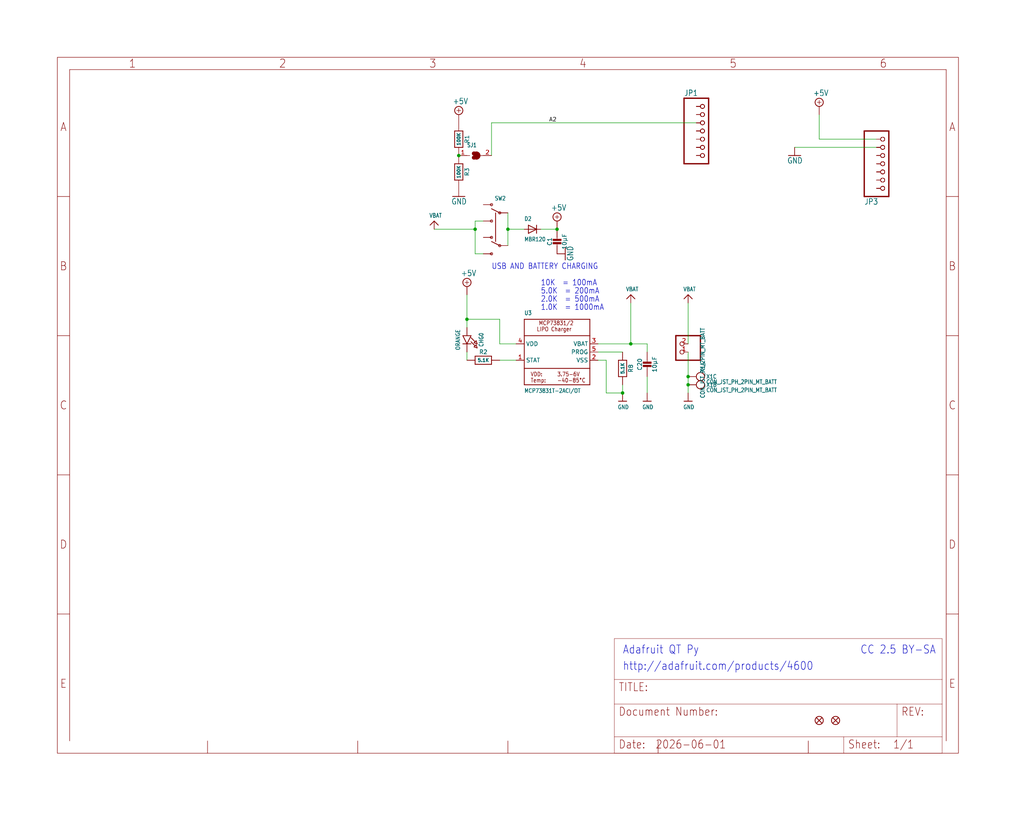
<source format=kicad_sch>
(kicad_sch (version 20230121) (generator eeschema)
  (paper "User" 317.5 254.127)
  (lib_symbols
    (symbol "Adafruit LIPoly Charger BFF-eagle-import:+5V" (power)
      (property "Value" "+5V" (at -1.905 3.175 0))
      (symbol "+5V_1_0"
        (polyline (pts (xy -0.635 1.27) (xy 0.635 1.27)) (stroke (width 0.1524)))
        (polyline (pts (xy 0 0.635) (xy 0 1.905)) (stroke (width 0.1524)))
        (circle (center 0 1.27) (radius 1.27) (stroke (width 0.254)))
        (pin power_in line (at 0 -2.54 90) (length 2.54) (name "+5V") (number "1"))
      )
    )
    (symbol "Adafruit LIPoly Charger BFF-eagle-import:CAP_CERAMIC0805-NOOUTLINE"
      (property "Reference" "C" (at -2.29 1.25 90))
      (symbol "CAP_CERAMIC0805-NOOUTLINE_1_0"
        (rectangle (start -1.27 0.508) (end 1.27 1.016) (fill (type outline)))
        (rectangle (start -1.27 1.524) (end 1.27 2.032) (fill (type outline)))
        (polyline (pts (xy 0 0.762) (xy 0 0)) (stroke (width 0.1524)))
        (polyline (pts (xy 0 2.54) (xy 0 1.778)) (stroke (width 0.1524)))
        (pin passive line (at 0 5.08 270) (length 2.54) (name "1") (number "1"))
        (pin passive line (at 0 -2.54 90) (length 2.54) (name "2") (number "2"))
      )
    )
    (symbol "Adafruit LIPoly Charger BFF-eagle-import:CON_JST_PH_2PIN_MT_BATT"
      (property "Reference" "X" (at 0 5.588 90))
      (symbol "CON_JST_PH_2PIN_MT_BATT_1_0"
        (polyline (pts (xy -6.35 -2.54) (xy 1.27 -2.54)) (stroke (width 0.4064)))
        (polyline (pts (xy -6.35 5.08) (xy -6.35 -2.54)) (stroke (width 0.4064)))
        (polyline (pts (xy 1.27 -2.54) (xy 1.27 5.08)) (stroke (width 0.4064)))
        (polyline (pts (xy 1.27 5.08) (xy -6.35 5.08)) (stroke (width 0.4064)))
        (pin passive inverted (at -2.54 2.54 0) (length 2.54) (name "1") (number "1"))
        (pin passive inverted (at -2.54 0 0) (length 2.54) (name "2") (number "2"))
      )
      (symbol "CON_JST_PH_2PIN_MT_BATT_2_0"
        (circle (center 0 3.81) (radius 1.27) (stroke (width 0.254)))
        (pin bidirectional line (at 0 0 90) (length 2.54) (name "P$1") (number "NC2"))
      )
      (symbol "CON_JST_PH_2PIN_MT_BATT_3_0"
        (circle (center 0 3.81) (radius 1.27) (stroke (width 0.254)))
        (pin bidirectional line (at 0 0 90) (length 2.54) (name "P$1") (number "NC1"))
      )
    )
    (symbol "Adafruit LIPoly Charger BFF-eagle-import:DIODE_SOD-123FL"
      (property "Reference" "D" (at -2.54 2.54 0))
      (symbol "DIODE_SOD-123FL_1_0"
        (polyline (pts (xy -1.27 -1.27) (xy 1.27 0)) (stroke (width 0.254)))
        (polyline (pts (xy -1.27 1.27) (xy -1.27 -1.27)) (stroke (width 0.254)))
        (polyline (pts (xy 1.27 0) (xy -1.27 1.27)) (stroke (width 0.254)))
        (polyline (pts (xy 1.27 0) (xy 1.27 -1.27)) (stroke (width 0.254)))
        (polyline (pts (xy 1.27 1.27) (xy 1.27 0)) (stroke (width 0.254)))
        (pin passive line (at -2.54 0 0) (length 2.54) (name "A") (number "A"))
        (pin passive line (at 2.54 0 180) (length 2.54) (name "C") (number "C"))
      )
    )
    (symbol "Adafruit LIPoly Charger BFF-eagle-import:FIDUCIAL_1MM"
      (symbol "FIDUCIAL_1MM_1_0"
        (polyline (pts (xy -0.762 0.762) (xy 0.762 -0.762)) (stroke (width 0.254)))
        (polyline (pts (xy 0.762 0.762) (xy -0.762 -0.762)) (stroke (width 0.254)))
        (circle (center 0 0) (radius 1.27) (stroke (width 0.254)))
      )
    )
    (symbol "Adafruit LIPoly Charger BFF-eagle-import:FRAME_A_L"
      (symbol "FRAME_A_L_1_0"
        (polyline (pts (xy 0 43.18) (xy 3.81 43.18)))
        (polyline (pts (xy 0 86.36) (xy 3.81 86.36)))
        (polyline (pts (xy 0 129.54) (xy 3.81 129.54)))
        (polyline (pts (xy 0 172.72) (xy 3.81 172.72)))
        (polyline (pts (xy 3.81 3.81) (xy 3.81 212.09)))
        (polyline (pts (xy 46.5667 0) (xy 46.5667 3.81)))
        (polyline (pts (xy 93.1333 0) (xy 93.1333 3.81)))
        (polyline (pts (xy 139.7 0) (xy 139.7 3.81)))
        (polyline (pts (xy 186.2667 0) (xy 186.2667 3.81)))
        (polyline (pts (xy 232.8333 0) (xy 232.8333 3.81)))
        (polyline (pts (xy 275.59 3.81) (xy 275.59 212.09)))
        (polyline (pts (xy 275.59 43.18) (xy 279.4 43.18)))
        (polyline (pts (xy 275.59 86.36) (xy 279.4 86.36)))
        (polyline (pts (xy 275.59 129.54) (xy 279.4 129.54)))
        (polyline (pts (xy 275.59 172.72) (xy 279.4 172.72)))
        (polyline (pts (xy 275.59 212.09) (xy 3.81 212.09)))
        (polyline (pts (xy 0 0) (xy 279.4 0) (xy 279.4 215.9) (xy 0 215.9) (xy 0 0)))
        (text "1" (at 23.2833 213.995 0) (effects (font (size 2.54 2.286))))
        (text "2" (at 69.85 213.995 0) (effects (font (size 2.54 2.286))))
        (text "3" (at 116.4167 213.995 0) (effects (font (size 2.54 2.286))))
        (text "4" (at 162.9833 213.995 0) (effects (font (size 2.54 2.286))))
        (text "5" (at 209.55 213.995 0) (effects (font (size 2.54 2.286))))
        (text "6" (at 256.1167 213.995 0) (effects (font (size 2.54 2.286))))
        (text "A" (at 1.905 194.31 0) (effects (font (size 2.54 2.286))))
        (text "A" (at 277.495 194.31 0) (effects (font (size 2.54 2.286))))
        (text "B" (at 1.905 151.13 0) (effects (font (size 2.54 2.286))))
        (text "B" (at 277.495 151.13 0) (effects (font (size 2.54 2.286))))
        (text "C" (at 1.905 107.95 0) (effects (font (size 2.54 2.286))))
        (text "C" (at 277.495 107.95 0) (effects (font (size 2.54 2.286))))
        (text "D" (at 1.905 64.77 0) (effects (font (size 2.54 2.286))))
        (text "D" (at 277.495 64.77 0) (effects (font (size 2.54 2.286))))
        (text "E" (at 1.905 21.59 0) (effects (font (size 2.54 2.286))))
        (text "E" (at 277.495 21.59 0) (effects (font (size 2.54 2.286))))
      )
      (symbol "FRAME_A_L_2_0"
        (polyline (pts (xy 0 0) (xy 0 5.08)) (stroke (width 0.1016)))
        (polyline (pts (xy 0 0) (xy 71.12 0)) (stroke (width 0.1016)))
        (polyline (pts (xy 0 5.08) (xy 0 15.24)) (stroke (width 0.1016)))
        (polyline (pts (xy 0 5.08) (xy 71.12 5.08)) (stroke (width 0.1016)))
        (polyline (pts (xy 0 15.24) (xy 0 22.86)) (stroke (width 0.1016)))
        (polyline (pts (xy 0 22.86) (xy 0 35.56)) (stroke (width 0.1016)))
        (polyline (pts (xy 0 22.86) (xy 101.6 22.86)) (stroke (width 0.1016)))
        (polyline (pts (xy 71.12 0) (xy 101.6 0)) (stroke (width 0.1016)))
        (polyline (pts (xy 71.12 5.08) (xy 71.12 0)) (stroke (width 0.1016)))
        (polyline (pts (xy 71.12 5.08) (xy 87.63 5.08)) (stroke (width 0.1016)))
        (polyline (pts (xy 87.63 5.08) (xy 101.6 5.08)) (stroke (width 0.1016)))
        (polyline (pts (xy 87.63 15.24) (xy 0 15.24)) (stroke (width 0.1016)))
        (polyline (pts (xy 87.63 15.24) (xy 87.63 5.08)) (stroke (width 0.1016)))
        (polyline (pts (xy 101.6 5.08) (xy 101.6 0)) (stroke (width 0.1016)))
        (polyline (pts (xy 101.6 15.24) (xy 87.63 15.24)) (stroke (width 0.1016)))
        (polyline (pts (xy 101.6 15.24) (xy 101.6 5.08)) (stroke (width 0.1016)))
        (polyline (pts (xy 101.6 22.86) (xy 101.6 15.24)) (stroke (width 0.1016)))
        (polyline (pts (xy 101.6 35.56) (xy 0 35.56)) (stroke (width 0.1016)))
        (polyline (pts (xy 101.6 35.56) (xy 101.6 22.86)) (stroke (width 0.1016)))
        (text "${#}/${##}" (at 86.36 1.27 0) (effects (font (size 2.54 2.159)) (justify left bottom)))
        (text "${CURRENT_DATE}" (at 12.7 1.27 0) (effects (font (size 2.54 2.159)) (justify left bottom)))
        (text "${PROJECTNAME}" (at 17.78 19.05 0) (effects (font (size 2.54 2.159)) (justify left bottom)))
        (text "Date:" (at 1.27 1.27 0) (effects (font (size 2.54 2.159)) (justify left bottom)))
        (text "Document Number:" (at 1.27 11.43 0) (effects (font (size 2.54 2.159)) (justify left bottom)))
        (text "REV:" (at 88.9 11.43 0) (effects (font (size 2.54 2.159)) (justify left bottom)))
        (text "Sheet:" (at 72.39 1.27 0) (effects (font (size 2.54 2.159)) (justify left bottom)))
        (text "TITLE:" (at 1.27 19.05 0) (effects (font (size 2.54 2.159)) (justify left bottom)))
      )
    )
    (symbol "Adafruit LIPoly Charger BFF-eagle-import:GND" (power)
      (property "Value" "GND" (at -2.54 -2.54 0))
      (symbol "GND_1_0"
        (polyline (pts (xy -1.905 0) (xy 1.905 0)) (stroke (width 0.254)))
        (pin power_in line (at 0 2.54 270) (length 2.54) (name "GND") (number "1"))
      )
    )
    (symbol "Adafruit LIPoly Charger BFF-eagle-import:HEADER-1X7_CASTEL"
      (property "Reference" "JP" (at -6.35 10.795 0))
      (symbol "HEADER-1X7_CASTEL_1_0"
        (polyline (pts (xy -6.35 -10.16) (xy 1.27 -10.16)) (stroke (width 0.4064)))
        (polyline (pts (xy -6.35 10.16) (xy -6.35 -10.16)) (stroke (width 0.4064)))
        (polyline (pts (xy 1.27 -10.16) (xy 1.27 10.16)) (stroke (width 0.4064)))
        (polyline (pts (xy 1.27 10.16) (xy -6.35 10.16)) (stroke (width 0.4064)))
        (pin passive inverted (at -2.54 7.62 0) (length 2.54) (name "1") (number "1"))
        (pin passive inverted (at -2.54 7.62 0) (length 2.54) (name "1") (number "1C"))
        (pin passive inverted (at -2.54 5.08 0) (length 2.54) (name "2") (number "2"))
        (pin passive inverted (at -2.54 5.08 0) (length 2.54) (name "2") (number "2C"))
        (pin passive inverted (at -2.54 2.54 0) (length 2.54) (name "3") (number "3"))
        (pin passive inverted (at -2.54 2.54 0) (length 2.54) (name "3") (number "3C"))
        (pin passive inverted (at -2.54 0 0) (length 2.54) (name "4") (number "4"))
        (pin passive inverted (at -2.54 0 0) (length 2.54) (name "4") (number "4C"))
        (pin passive inverted (at -2.54 -2.54 0) (length 2.54) (name "5") (number "5"))
        (pin passive inverted (at -2.54 -2.54 0) (length 2.54) (name "5") (number "5C"))
        (pin passive inverted (at -2.54 -5.08 0) (length 2.54) (name "6") (number "6"))
        (pin passive inverted (at -2.54 -5.08 0) (length 2.54) (name "6") (number "6C"))
        (pin passive inverted (at -2.54 -7.62 0) (length 2.54) (name "7") (number "7"))
        (pin passive inverted (at -2.54 -7.62 0) (length 2.54) (name "7") (number "7C"))
      )
    )
    (symbol "Adafruit LIPoly Charger BFF-eagle-import:LED0603_NOOUTLINE"
      (property "Reference" "D" (at -1.27 4.445 0))
      (symbol "LED0603_NOOUTLINE_1_0"
        (polyline (pts (xy -2.54 -1.27) (xy 0 0)) (stroke (width 0.254)))
        (polyline (pts (xy -2.54 1.27) (xy -2.54 -1.27)) (stroke (width 0.254)))
        (polyline (pts (xy -1.905 1.27) (xy -0.635 2.54)) (stroke (width 0.254)))
        (polyline (pts (xy -0.9525 2.8575) (xy -0.3175 2.2225)) (stroke (width 0.254)))
        (polyline (pts (xy -0.635 1.27) (xy 0.635 2.54)) (stroke (width 0.254)))
        (polyline (pts (xy -0.3175 2.2225) (xy 0 3.175)) (stroke (width 0.254)))
        (polyline (pts (xy 0 0) (xy -2.54 1.27)) (stroke (width 0.254)))
        (polyline (pts (xy 0 0) (xy 0 -1.27)) (stroke (width 0.254)))
        (polyline (pts (xy 0 1.27) (xy 0 0)) (stroke (width 0.254)))
        (polyline (pts (xy 0 3.175) (xy -0.9525 2.8575)) (stroke (width 0.254)))
        (polyline (pts (xy 0.3175 2.8575) (xy 0.9525 2.2225)) (stroke (width 0.254)))
        (polyline (pts (xy 0.9525 2.2225) (xy 1.27 3.175)) (stroke (width 0.254)))
        (polyline (pts (xy 1.27 3.175) (xy 0.3175 2.8575)) (stroke (width 0.254)))
        (pin passive line (at -5.08 0 0) (length 2.54) (name "A") (number "A"))
        (pin passive line (at 2.54 0 180) (length 2.54) (name "C") (number "C"))
      )
    )
    (symbol "Adafruit LIPoly Charger BFF-eagle-import:MCP73831/2"
      (property "Reference" "U" (at -10.16 11.43 0))
      (symbol "MCP73831/2_1_0"
        (polyline (pts (xy -10.16 -5.08) (xy -10.16 -10.16)) (stroke (width 0.254)))
        (polyline (pts (xy -10.16 -5.08) (xy -10.16 5.08)) (stroke (width 0.254)))
        (polyline (pts (xy -10.16 5.08) (xy 10.16 5.08)) (stroke (width 0.254)))
        (polyline (pts (xy -10.16 10.16) (xy -10.16 5.08)) (stroke (width 0.254)))
        (polyline (pts (xy -10.16 10.16) (xy 10.16 10.16)) (stroke (width 0.254)))
        (polyline (pts (xy 10.16 -10.16) (xy -10.16 -10.16)) (stroke (width 0.254)))
        (polyline (pts (xy 10.16 -5.08) (xy -10.16 -5.08)) (stroke (width 0.254)))
        (polyline (pts (xy 10.16 -5.08) (xy 10.16 -10.16)) (stroke (width 0.254)))
        (polyline (pts (xy 10.16 5.08) (xy 10.16 -5.08)) (stroke (width 0.254)))
        (polyline (pts (xy 10.16 10.16) (xy 10.16 5.08)) (stroke (width 0.254)))
        (text "-40-85°C" (at 0 -9.525 0) (effects (font (size 1.27 1.0795)) (justify left bottom)))
        (text "3.75-6V" (at 0 -7.62 0) (effects (font (size 1.27 1.0795)) (justify left bottom)))
        (text "LIPO Charger" (at -6.35 6.35 0) (effects (font (size 1.27 1.0795)) (justify left bottom)))
        (text "MCP73831/2" (at -5.715 8.255 0) (effects (font (size 1.27 1.0795)) (justify left bottom)))
        (text "Temp:" (at -8.255 -9.525 0) (effects (font (size 1.27 1.0795)) (justify left bottom)))
        (text "VDD:" (at -8.255 -7.62 0) (effects (font (size 1.27 1.0795)) (justify left bottom)))
        (pin output line (at -12.7 -2.54 0) (length 2.54) (name "STAT") (number "1"))
        (pin power_in line (at 12.7 -2.54 180) (length 2.54) (name "VSS") (number "2"))
        (pin power_in line (at 12.7 2.54 180) (length 2.54) (name "VBAT") (number "3"))
        (pin power_in line (at -12.7 2.54 0) (length 2.54) (name "VDD") (number "4"))
        (pin input line (at 12.7 0 180) (length 2.54) (name "PROG") (number "5"))
      )
    )
    (symbol "Adafruit LIPoly Charger BFF-eagle-import:RESISTOR_0603_NOOUT"
      (property "Reference" "R" (at 0 2.54 0))
      (symbol "RESISTOR_0603_NOOUT_1_0"
        (polyline (pts (xy -2.54 -1.27) (xy -2.54 1.27)) (stroke (width 0.254)))
        (polyline (pts (xy -2.54 1.27) (xy 2.54 1.27)) (stroke (width 0.254)))
        (polyline (pts (xy 2.54 -1.27) (xy -2.54 -1.27)) (stroke (width 0.254)))
        (polyline (pts (xy 2.54 1.27) (xy 2.54 -1.27)) (stroke (width 0.254)))
        (pin passive line (at -5.08 0 0) (length 2.54) (name "1") (number "1"))
        (pin passive line (at 5.08 0 180) (length 2.54) (name "2") (number "2"))
      )
    )
    (symbol "Adafruit LIPoly Charger BFF-eagle-import:SOLDERJUMPERCLOSED"
      (property "Reference" "SJ" (at -2.54 2.54 0))
      (symbol "SOLDERJUMPERCLOSED_1_0"
        (arc (start -0.381 -0.635) (mid 0.2514 -0.0001) (end -0.3808 0.635) (stroke (width 1.27)))
        (polyline (pts (xy -2.54 0) (xy -1.651 0)) (stroke (width 0.1524)))
        (polyline (pts (xy 2.54 0) (xy 1.651 0)) (stroke (width 0.1524)))
        (arc (start 0.3808 -0.635) (mid 1.0132 -0.0001) (end 0.381 0.635) (stroke (width 1.27)))
        (pin passive line (at -5.08 0 0) (length 2.54) (name "1") (number "1"))
        (pin passive line (at 5.08 0 180) (length 2.54) (name "2") (number "2"))
      )
    )
    (symbol "Adafruit LIPoly Charger BFF-eagle-import:SWITCH_DPDTEG1390"
      (property "Reference" "SW" (at -4.445 8.89 0))
      (symbol "SWITCH_DPDTEG1390_1_0"
        (circle (center -2.54 -5.08) (radius 0.3592) (stroke (width 0.2032)))
        (circle (center -2.54 5.08) (radius 0.3592) (stroke (width 0.2032)))
        (circle (center 0 -7.62) (radius 0.3592) (stroke (width 0.2032)))
        (circle (center 0 -2.54) (radius 0.3592) (stroke (width 0.2032)))
        (polyline (pts (xy -2.54 -5.08) (xy 0 -3.81)) (stroke (width 0.254)))
        (polyline (pts (xy -2.54 5.08) (xy 0 6.35)) (stroke (width 0.254)))
        (polyline (pts (xy -1.27 5.08) (xy -1.27 -3.81)) (stroke (width 0.254)))
        (polyline (pts (xy 0 -7.62) (xy 0.635 -7.62)) (stroke (width 0.127)))
        (polyline (pts (xy 0 -2.54) (xy 0.635 -2.54)) (stroke (width 0.1524)))
        (polyline (pts (xy 0 2.54) (xy 0.635 2.54)) (stroke (width 0.127)))
        (polyline (pts (xy 0 7.62) (xy 0.635 7.62)) (stroke (width 0.1524)))
        (circle (center 0 2.54) (radius 0.3592) (stroke (width 0.2032)))
        (circle (center 0 7.62) (radius 0.3592) (stroke (width 0.2032)))
        (pin passive line (at 2.54 7.62 180) (length 2.54) (name "O1") (number "O1"))
        (pin passive line (at 2.54 -2.54 180) (length 2.54) (name "O2") (number "O2"))
        (pin passive line (at -5.08 5.08 0) (length 2.54) (name "P1") (number "P1"))
        (pin passive line (at -5.08 -5.08 0) (length 2.54) (name "P2") (number "P2"))
        (pin passive line (at 2.54 2.54 180) (length 2.54) (name "S1") (number "S1"))
        (pin passive line (at 2.54 -7.62 180) (length 2.54) (name "S2") (number "S2"))
      )
    )
    (symbol "Adafruit LIPoly Charger BFF-eagle-import:VBAT" (power)
      (property "Value" "VBAT" (at -1.524 1.016 0))
      (symbol "VBAT_1_0"
        (polyline (pts (xy -1.27 -1.27) (xy 0 0)) (stroke (width 0.254)))
        (polyline (pts (xy 0 0) (xy 1.27 -1.27)) (stroke (width 0.254)))
        (pin power_in line (at 0 -2.54 90) (length 2.54) (name "VBAT") (number "1"))
      )
    )
    (symbol "Adafruit LIPoly Charger BFF-eagle-import:microbuilder_GND" (power)
      (property "Value" "microbuilder_GND" (at -1.524 -2.54 0))
      (symbol "microbuilder_GND_1_0"
        (polyline (pts (xy -1.27 0) (xy 1.27 0)) (stroke (width 0.254)))
        (pin power_in line (at 0 2.54 270) (length 2.54) (name "GND") (number "1"))
      )
    )
  )
  (junction (at 147.32 71.12))
  (junction (at 193.04 121.92))
  (junction (at 144.78 99.06))
  (junction (at 172.72 71.12))
  (junction (at 142.24 48.26))
  (junction (at 157.48 71.12))
  (junction (at 213.36 119.38))
  (junction (at 195.58 106.68))
  (junction (at 213.36 116.84))
  (wire (pts (xy 147.32 71.12) (xy 147.32 68.58)) (stroke (width 0.1524)))
  (wire (pts (xy 157.48 66.04) (xy 157.48 71.12)) (stroke (width 0.1524)))
  (wire (pts (xy 254 43.18) (xy 254 35.56)) (stroke (width 0.1524)))
  (wire (pts (xy 154.94 106.68) (xy 160.02 106.68)) (stroke (width 0.1524)))
  (wire (pts (xy 167.64 71.12) (xy 172.72 71.12)) (stroke (width 0.1524)))
  (wire (pts (xy 213.36 119.38) (xy 213.36 116.84)) (stroke (width 0.1524)))
  (wire (pts (xy 200.66 116.84) (xy 200.66 121.92)) (stroke (width 0.1524)))
  (wire (pts (xy 144.78 91.44) (xy 144.78 99.06)) (stroke (width 0.1524)))
  (wire (pts (xy 144.78 99.06) (xy 154.94 99.06)) (stroke (width 0.1524)))
  (wire (pts (xy 271.78 45.72) (xy 246.38 45.72)) (stroke (width 0.1524)))
  (wire (pts (xy 157.48 71.12) (xy 162.56 71.12)) (stroke (width 0.1524)))
  (wire (pts (xy 215.9 38.1) (xy 152.4 38.1)) (stroke (width 0.1524)))
  (wire (pts (xy 195.58 106.68) (xy 185.42 106.68)) (stroke (width 0.1524)))
  (wire (pts (xy 187.96 121.92) (xy 193.04 121.92)) (stroke (width 0.1524)))
  (wire (pts (xy 195.58 93.98) (xy 195.58 106.68)) (stroke (width 0.1524)))
  (wire (pts (xy 149.86 68.58) (xy 147.32 68.58)) (stroke (width 0.1524)))
  (wire (pts (xy 200.66 106.68) (xy 195.58 106.68)) (stroke (width 0.1524)))
  (wire (pts (xy 152.4 38.1) (xy 152.4 48.26)) (stroke (width 0.1524)))
  (wire (pts (xy 213.36 116.84) (xy 213.36 109.22)) (stroke (width 0.1524)))
  (wire (pts (xy 200.66 109.22) (xy 200.66 106.68)) (stroke (width 0.1524)))
  (wire (pts (xy 185.42 111.76) (xy 187.96 111.76)) (stroke (width 0.1524)))
  (wire (pts (xy 144.78 109.22) (xy 144.78 111.76)) (stroke (width 0.1524)))
  (wire (pts (xy 213.36 121.92) (xy 213.36 119.38)) (stroke (width 0.1524)))
  (wire (pts (xy 147.32 78.74) (xy 147.32 71.12)) (stroke (width 0.1524)))
  (wire (pts (xy 271.78 43.18) (xy 254 43.18)) (stroke (width 0.1524)))
  (wire (pts (xy 144.78 101.6) (xy 144.78 99.06)) (stroke (width 0.1524)))
  (wire (pts (xy 149.86 78.74) (xy 147.32 78.74)) (stroke (width 0.1524)))
  (wire (pts (xy 187.96 111.76) (xy 187.96 121.92)) (stroke (width 0.1524)))
  (wire (pts (xy 154.94 111.76) (xy 160.02 111.76)) (stroke (width 0.1524)))
  (wire (pts (xy 157.48 71.12) (xy 157.48 76.2)) (stroke (width 0.1524)))
  (wire (pts (xy 134.62 71.12) (xy 147.32 71.12)) (stroke (width 0.1524)))
  (wire (pts (xy 154.94 99.06) (xy 154.94 106.68)) (stroke (width 0.1524)))
  (wire (pts (xy 185.42 109.22) (xy 193.04 109.22)) (stroke (width 0.1524)))
  (wire (pts (xy 193.04 119.38) (xy 193.04 121.92)) (stroke (width 0.1524)))
  (wire (pts (xy 213.36 93.98) (xy 213.36 106.68)) (stroke (width 0.1524)))
  (text "USB AND BATTERY CHARGING" (at 152.4 83.82 0) (effects (font (size 1.778 1.5113)) (justify left bottom)))
  (text "5.0K  = 200mA" (at 167.64 91.44 0) (effects (font (size 1.778 1.5113)) (justify left bottom)))
  (text "CC 2.5 BY-SA" (at 266.7 203.2 0) (effects (font (size 2.54 2.159)) (justify left bottom)))
  (text "2.0K  = 500mA" (at 167.64 93.98 0) (effects (font (size 1.778 1.5113)) (justify left bottom)))
  (text "http://adafruit.com/products/4600" (at 193.04 208.28 0) (effects (font (size 2.54 2.159)) (justify left bottom)))
  (text "1.0K  = 1000mA" (at 167.64 96.52 0) (effects (font (size 1.778 1.5113)) (justify left bottom)))
  (text "10K  = 100mA" (at 167.64 88.9 0) (effects (font (size 1.778 1.5113)) (justify left bottom)))
  (text "Adafruit QT Py" (at 193.04 203.2 0) (effects (font (size 2.54 2.159)) (justify left bottom)))
  (label "A2" (at 170.18 38.1 0) (effects (font (size 1.2446 1.2446))))
  (symbol (lib_id "Adafruit LIPoly Charger BFF-eagle-import:VBAT") (at 213.36 91.44 0) (unit 1)
    (property "Reference" "#U$16" (effects hide))
    (property "Value" "VBAT" (at 211.836 90.424 0) (effects (font (size 1.27 1.0795)) (justify left bottom)))
  )
  (symbol (lib_id "Adafruit LIPoly Charger BFF-eagle-import:CON_JST_PH_2PIN_MT_BATT") (at 213.36 119.38 270) (unit 2)
    (property "Reference" "X1" (at 218.948 119.38 90) (effects (font (size 1.27 1.0795)) (justify left)))
    (property "Value" "CON_JST_PH_2PIN_MT_BATT" (at 218.948 121.031 90) (effects (font (size 1.27 1.0795)) (justify left)))
    (property "Footprint" "Adafruit LIPoly Charger BFF:JSTPH2_BATT" (effects hide))
  )
  (symbol (lib_id "Adafruit LIPoly Charger BFF-eagle-import:FRAME_A_L") (at 190.5 233.68 0) (unit 2)
    (property "Reference" "#FRAME1" (effects hide))
    (property "Value" "FRAME_A_L" (effects hide))
  )
  (symbol (lib_id "Adafruit LIPoly Charger BFF-eagle-import:DIODE_SOD-123FL") (at 165.1 71.12 0) (unit 1)
    (property "Reference" "D2" (at 162.56 68.58 0) (effects (font (size 1.27 1.0795)) (justify left bottom)))
    (property "Value" "MBR120" (at 162.56 74.93 0) (effects (font (size 1.27 1.0795)) (justify left bottom)))
    (property "Footprint" "Adafruit LIPoly Charger BFF:SOD-123FL" (effects hide))
  )
  (symbol (lib_id "Adafruit LIPoly Charger BFF-eagle-import:RESISTOR_0603_NOOUT") (at 142.24 43.18 270) (unit 1)
    (property "Reference" "R1" (at 144.78 43.18 0))
    (property "Value" "100K" (at 142.24 43.18 0) (effects (font (size 1.016 1.016) bold)))
    (property "Footprint" "Adafruit LIPoly Charger BFF:0603-NO" (effects hide))
  )
  (symbol (lib_id "Adafruit LIPoly Charger BFF-eagle-import:FIDUCIAL_1MM") (at 254 223.52 0) (unit 1)
    (property "Reference" "U$8" (effects hide))
    (property "Value" "FIDUCIAL_1MM" (effects hide))
    (property "Footprint" "Adafruit LIPoly Charger BFF:FIDUCIAL_1MM" (effects hide))
  )
  (symbol (lib_id "Adafruit LIPoly Charger BFF-eagle-import:+5V") (at 142.24 35.56 0) (unit 1)
    (property "Reference" "#SUPPLY4" (effects hide))
    (property "Value" "+5V" (at 140.335 32.385 0) (effects (font (size 1.778 1.5113)) (justify left bottom)))
  )
  (symbol (lib_id "Adafruit LIPoly Charger BFF-eagle-import:CON_JST_PH_2PIN_MT_BATT") (at 213.36 116.84 270) (unit 3)
    (property "Reference" "X1" (at 218.948 116.84 90) (effects (font (size 1.27 1.0795)) (justify left)))
    (property "Value" "CON_JST_PH_2PIN_MT_BATT" (at 218.948 118.491 90) (effects (font (size 1.27 1.0795)) (justify left)))
    (property "Footprint" "Adafruit LIPoly Charger BFF:JSTPH2_BATT" (effects hide))
  )
  (symbol (lib_id "Adafruit LIPoly Charger BFF-eagle-import:GND") (at 175.26 78.74 90) (mirror x) (unit 1)
    (property "Reference" "#GND1" (effects hide))
    (property "Value" "GND" (at 177.8 76.2 0) (effects (font (size 1.778 1.5113)) (justify left bottom)))
  )
  (symbol (lib_id "Adafruit LIPoly Charger BFF-eagle-import:microbuilder_GND") (at 200.66 124.46 0) (unit 1)
    (property "Reference" "#U$33" (effects hide))
    (property "Value" "GND" (at 199.136 127 0) (effects (font (size 1.27 1.0795)) (justify left bottom)))
  )
  (symbol (lib_id "Adafruit LIPoly Charger BFF-eagle-import:LED0603_NOOUTLINE") (at 144.78 106.68 270) (unit 1)
    (property "Reference" "CHG0" (at 149.225 105.41 0) (effects (font (size 1.27 1.0795))))
    (property "Value" "ORANGE" (at 141.986 105.41 0) (effects (font (size 1.27 1.0795))))
    (property "Footprint" "Adafruit LIPoly Charger BFF:CHIPLED_0603_NOOUTLINE" (effects hide))
  )
  (symbol (lib_id "Adafruit LIPoly Charger BFF-eagle-import:+5V") (at 172.72 68.58 0) (unit 1)
    (property "Reference" "#SUPPLY2" (effects hide))
    (property "Value" "+5V" (at 170.815 65.405 0) (effects (font (size 1.778 1.5113)) (justify left bottom)))
  )
  (symbol (lib_id "Adafruit LIPoly Charger BFF-eagle-import:CAP_CERAMIC0805-NOOUTLINE") (at 172.72 76.2 0) (unit 1)
    (property "Reference" "C1" (at 170.43 74.95 90))
    (property "Value" "10µF" (at 175.02 74.95 90))
    (property "Footprint" "Adafruit LIPoly Charger BFF:0805-NO" (effects hide))
  )
  (symbol (lib_id "Adafruit LIPoly Charger BFF-eagle-import:microbuilder_GND") (at 193.04 124.46 0) (unit 1)
    (property "Reference" "#U$36" (effects hide))
    (property "Value" "GND" (at 191.516 127 0) (effects (font (size 1.27 1.0795)) (justify left bottom)))
  )
  (symbol (lib_id "Adafruit LIPoly Charger BFF-eagle-import:GND") (at 142.24 60.96 0) (mirror y) (unit 1)
    (property "Reference" "#GND3" (effects hide))
    (property "Value" "GND" (at 144.78 63.5 0) (effects (font (size 1.778 1.5113)) (justify left bottom)))
  )
  (symbol (lib_id "Adafruit LIPoly Charger BFF-eagle-import:FRAME_A_L") (at 17.78 233.68 0) (unit 1)
    (property "Reference" "#FRAME1" (effects hide))
    (property "Value" "FRAME_A_L" (effects hide))
  )
  (symbol (lib_id "Adafruit LIPoly Charger BFF-eagle-import:CAP_CERAMIC0805-NOOUTLINE") (at 200.66 114.3 0) (unit 1)
    (property "Reference" "C20" (at 198.37 113.05 90))
    (property "Value" "10µF" (at 202.96 113.05 90))
    (property "Footprint" "Adafruit LIPoly Charger BFF:0805-NO" (effects hide))
  )
  (symbol (lib_id "Adafruit LIPoly Charger BFF-eagle-import:RESISTOR_0603_NOOUT") (at 142.24 53.34 270) (unit 1)
    (property "Reference" "R3" (at 144.78 53.34 0))
    (property "Value" "100K" (at 142.24 53.34 0) (effects (font (size 1.016 1.016) bold)))
    (property "Footprint" "Adafruit LIPoly Charger BFF:0603-NO" (effects hide))
  )
  (symbol (lib_id "Adafruit LIPoly Charger BFF-eagle-import:RESISTOR_0603_NOOUT") (at 149.86 111.76 0) (unit 1)
    (property "Reference" "R2" (at 149.86 109.22 0))
    (property "Value" "5.1K" (at 149.86 111.76 0) (effects (font (size 1.016 1.016) bold)))
    (property "Footprint" "Adafruit LIPoly Charger BFF:0603-NO" (effects hide))
  )
  (symbol (lib_id "Adafruit LIPoly Charger BFF-eagle-import:MCP73831/2") (at 172.72 109.22 0) (unit 1)
    (property "Reference" "U3" (at 162.56 97.79 0) (effects (font (size 1.27 1.0795)) (justify left bottom)))
    (property "Value" "MCP73831T-2ACI/OT" (at 162.56 121.92 0) (effects (font (size 1.27 1.0795)) (justify left bottom)))
    (property "Footprint" "Adafruit LIPoly Charger BFF:SOT23-5" (effects hide))
  )
  (symbol (lib_id "Adafruit LIPoly Charger BFF-eagle-import:SOLDERJUMPERCLOSED") (at 147.32 48.26 0) (unit 1)
    (property "Reference" "SJ1" (at 144.78 45.72 0) (effects (font (size 1.27 1.0795)) (justify left bottom)))
    (property "Value" "SOLDERJUMPERCLOSED" (effects hide))
    (property "Footprint" "Adafruit LIPoly Charger BFF:SOLDERJUMPER_CLOSEDWIRE" (effects hide))
  )
  (symbol (lib_id "Adafruit LIPoly Charger BFF-eagle-import:HEADER-1X7_CASTEL") (at 218.44 40.64 0) (unit 1)
    (property "Reference" "JP1" (at 212.09 29.845 0) (effects (font (size 1.778 1.5113)) (justify left bottom)))
    (property "Value" "HEADER-1X7_CASTEL" (effects hide))
    (property "Footprint" "Adafruit LIPoly Charger BFF:1X07_CASTEL" (effects hide))
  )
  (symbol (lib_id "Adafruit LIPoly Charger BFF-eagle-import:+5V") (at 254 33.02 0) (unit 1)
    (property "Reference" "#SUPPLY3" (effects hide))
    (property "Value" "+5V" (at 252.095 29.845 0) (effects (font (size 1.778 1.5113)) (justify left bottom)))
  )
  (symbol (lib_id "Adafruit LIPoly Charger BFF-eagle-import:CON_JST_PH_2PIN_MT_BATT") (at 210.82 106.68 180) (unit 1)
    (property "Reference" "X1" (at 217.17 112.395 90) (effects (font (size 1.27 1.0795)) (justify left bottom)))
    (property "Value" "CON_JST_PH_2PIN_MT_BATT" (at 217.17 101.6 90) (effects (font (size 1.27 1.0795)) (justify left bottom)))
    (property "Footprint" "Adafruit LIPoly Charger BFF:JSTPH2_BATT" (effects hide))
  )
  (symbol (lib_id "Adafruit LIPoly Charger BFF-eagle-import:VBAT") (at 195.58 91.44 0) (unit 1)
    (property "Reference" "#U$39" (effects hide))
    (property "Value" "VBAT" (at 194.056 90.424 0) (effects (font (size 1.27 1.0795)) (justify left bottom)))
  )
  (symbol (lib_id "Adafruit LIPoly Charger BFF-eagle-import:+5V") (at 144.78 88.9 0) (unit 1)
    (property "Reference" "#SUPPLY1" (effects hide))
    (property "Value" "+5V" (at 142.875 85.725 0) (effects (font (size 1.778 1.5113)) (justify left bottom)))
  )
  (symbol (lib_id "Adafruit LIPoly Charger BFF-eagle-import:VBAT") (at 134.62 68.58 0) (unit 1)
    (property "Reference" "#U$1" (effects hide))
    (property "Value" "VBAT" (at 133.096 67.564 0) (effects (font (size 1.27 1.0795)) (justify left bottom)))
  )
  (symbol (lib_id "Adafruit LIPoly Charger BFF-eagle-import:SWITCH_DPDTEG1390") (at 152.4 71.12 0) (mirror y) (unit 1)
    (property "Reference" "SW2" (at 156.845 62.23 0) (effects (font (size 1.27 1.0795)) (justify left bottom)))
    (property "Value" "SWITCH_DPDTEG1390" (effects hide))
    (property "Footprint" "Adafruit LIPoly Charger BFF:EG1390" (effects hide))
  )
  (symbol (lib_id "Adafruit LIPoly Charger BFF-eagle-import:HEADER-1X7_CASTEL") (at 274.32 50.8 0) (mirror x) (unit 1)
    (property "Reference" "JP3" (at 267.97 61.595 0) (effects (font (size 1.778 1.5113)) (justify left bottom)))
    (property "Value" "HEADER-1X7_CASTEL" (effects hide))
    (property "Footprint" "Adafruit LIPoly Charger BFF:1X07_CASTEL" (effects hide))
  )
  (symbol (lib_id "Adafruit LIPoly Charger BFF-eagle-import:FIDUCIAL_1MM") (at 259.08 223.52 0) (unit 1)
    (property "Reference" "U$6" (effects hide))
    (property "Value" "FIDUCIAL_1MM" (effects hide))
    (property "Footprint" "Adafruit LIPoly Charger BFF:FIDUCIAL_1MM" (effects hide))
  )
  (symbol (lib_id "Adafruit LIPoly Charger BFF-eagle-import:RESISTOR_0603_NOOUT") (at 193.04 114.3 270) (unit 1)
    (property "Reference" "R8" (at 195.58 114.3 0))
    (property "Value" "5.1K" (at 193.04 114.3 0) (effects (font (size 1.016 1.016) bold)))
    (property "Footprint" "Adafruit LIPoly Charger BFF:0603-NO" (effects hide))
  )
  (symbol (lib_id "Adafruit LIPoly Charger BFF-eagle-import:GND") (at 246.38 48.26 0) (mirror y) (unit 1)
    (property "Reference" "#GND2" (effects hide))
    (property "Value" "GND" (at 248.92 50.8 0) (effects (font (size 1.778 1.5113)) (justify left bottom)))
  )
  (symbol (lib_id "Adafruit LIPoly Charger BFF-eagle-import:microbuilder_GND") (at 213.36 124.46 0) (unit 1)
    (property "Reference" "#U$22" (effects hide))
    (property "Value" "GND" (at 211.836 127 0) (effects (font (size 1.27 1.0795)) (justify left bottom)))
  )
)
</source>
